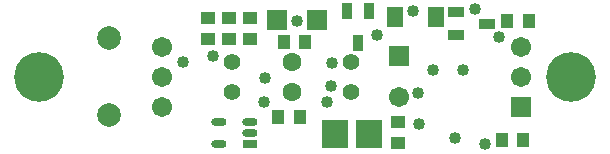
<source format=gts>
%FSTAX24Y24*%
%MOIN*%
G70*
G01*
G75*
G04 Layer_Color=8388736*
%ADD10R,0.0807X0.0886*%
%ADD11R,0.0492X0.0630*%
%ADD12R,0.0315X0.0374*%
%ADD13R,0.0374X0.0315*%
%ADD14R,0.0472X0.0256*%
%ADD15R,0.0256X0.0472*%
%ADD16R,0.0630X0.0630*%
%ADD17O,0.0472X0.0217*%
%ADD18R,0.0472X0.0217*%
%ADD19C,0.0100*%
%ADD20R,0.0591X0.0591*%
%ADD21C,0.0591*%
%ADD22C,0.0472*%
%ADD23C,0.0551*%
%ADD24C,0.1575*%
%ADD25C,0.0709*%
%ADD26C,0.0320*%
%ADD27O,0.0236X0.1204*%
%ADD28O,0.0236X0.1200*%
%ADD29R,0.0236X0.1200*%
%ADD30C,0.0197*%
%ADD31C,0.0080*%
%ADD32C,0.0039*%
%ADD33C,0.0079*%
%ADD34C,0.0004*%
%ADD35R,0.0887X0.0966*%
%ADD36R,0.0572X0.0710*%
%ADD37R,0.0395X0.0454*%
%ADD38R,0.0454X0.0395*%
%ADD39R,0.0552X0.0336*%
%ADD40R,0.0336X0.0552*%
%ADD41R,0.0710X0.0710*%
%ADD42O,0.0512X0.0256*%
%ADD43R,0.0512X0.0256*%
%ADD44R,0.0671X0.0671*%
%ADD45C,0.0671*%
%ADD46C,0.0552*%
%ADD47C,0.0631*%
%ADD48C,0.1655*%
%ADD49C,0.0789*%
%ADD50C,0.0400*%
D35*
X24281Y142056D02*
D03*
X241688D02*
D03*
D36*
X245034Y145944D02*
D03*
X243676D02*
D03*
D37*
X247239Y14185D02*
D03*
X247948D02*
D03*
X247426Y145816D02*
D03*
X248135D02*
D03*
X24068Y145096D02*
D03*
X239972D02*
D03*
X239792Y142606D02*
D03*
X2405D02*
D03*
D38*
X243774Y141741D02*
D03*
Y14245D02*
D03*
X23885Y145904D02*
D03*
Y145196D02*
D03*
X23815Y145904D02*
D03*
Y145196D02*
D03*
X23745Y145904D02*
D03*
Y145196D02*
D03*
D39*
X245714Y145352D02*
D03*
Y1461D02*
D03*
X246758Y145726D02*
D03*
D40*
X242082Y146132D02*
D03*
X24283D02*
D03*
X242456Y145087D02*
D03*
D41*
X239749Y145847D02*
D03*
X241087D02*
D03*
D42*
X238844Y14246D02*
D03*
Y142086D02*
D03*
X23781Y14246D02*
D03*
Y141712D02*
D03*
D43*
X238844Y141712D02*
D03*
D44*
X2438Y144645D02*
D03*
X247879Y142952D02*
D03*
D45*
X2438Y143267D02*
D03*
X247879Y144952D02*
D03*
Y143952D02*
D03*
X23591Y143956D02*
D03*
Y142961D02*
D03*
Y144951D02*
D03*
D46*
X242229Y144456D02*
D03*
Y143456D02*
D03*
X238263Y144456D02*
D03*
Y143456D02*
D03*
D47*
X24025Y143456D02*
D03*
Y144456D02*
D03*
D48*
X249532Y143956D02*
D03*
X231826D02*
D03*
D49*
X234139Y142676D02*
D03*
Y145235D02*
D03*
D50*
X246356Y146206D02*
D03*
X245954Y144166D02*
D03*
X244954D02*
D03*
X239316Y143106D02*
D03*
X244436Y143416D02*
D03*
X241536Y143646D02*
D03*
X240409Y145797D02*
D03*
X243066Y145334D02*
D03*
X247131Y145265D02*
D03*
X246669Y141702D02*
D03*
X236629Y144438D02*
D03*
X239355Y143917D02*
D03*
X237613Y144645D02*
D03*
X245694Y141899D02*
D03*
X244493Y142391D02*
D03*
X241427Y143113D02*
D03*
X244267Y146151D02*
D03*
X241589Y144409D02*
D03*
M02*

</source>
